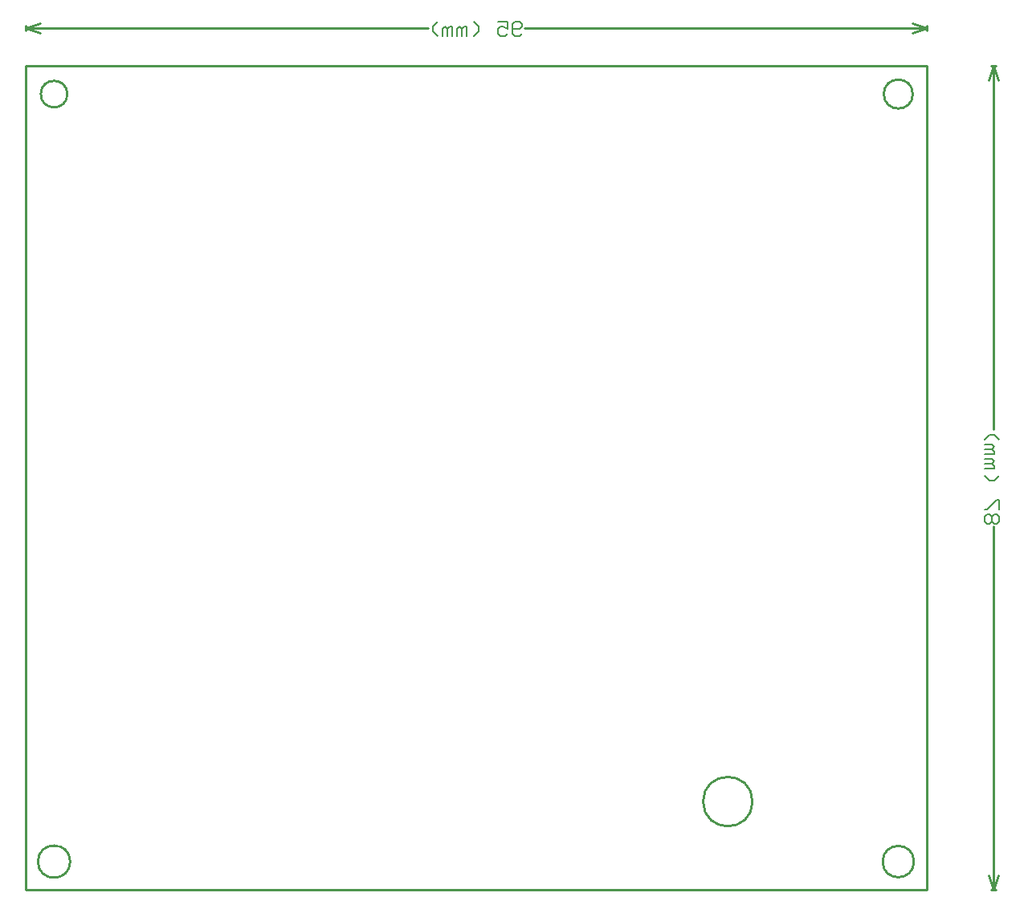
<source format=gko>
%FSLAX25Y25*%
%MOIN*%
G70*
G01*
G75*
G04 Layer_Color=16711935*
%ADD10C,0.03937*%
%ADD11C,0.01969*%
%ADD12C,0.01000*%
%ADD13C,0.00600*%
%ADD14O,0.03150X0.05906*%
%ADD15C,0.15748*%
%ADD16R,0.06299X0.06299*%
%ADD17O,0.06299X0.15748*%
%ADD18C,0.06299*%
%ADD19O,0.07874X0.04724*%
%ADD20O,0.09843X0.03937*%
%ADD21C,0.07874*%
%ADD22O,0.11811X0.07087*%
%ADD23R,0.09843X0.07874*%
%ADD24O,0.09843X0.07874*%
%ADD25O,0.09843X0.04724*%
%ADD26R,0.07874X0.09843*%
%ADD27O,0.07874X0.09843*%
%ADD28R,0.07874X0.13780*%
%ADD29O,0.07874X0.13780*%
%ADD30O,0.05906X0.07874*%
%ADD31R,0.07874X0.07874*%
%ADD32C,0.09000*%
%ADD33R,0.09000X0.09000*%
%ADD34C,0.13780*%
%ADD35O,0.11811X0.06299*%
%ADD36O,0.11811X0.05512*%
%ADD37R,0.07874X0.07874*%
%ADD38O,0.08000X0.06000*%
%ADD39C,0.05000*%
%ADD40C,0.07874*%
%ADD41C,0.01181*%
%ADD42R,0.11535X0.39449*%
%ADD43R,0.11024X0.38976*%
%ADD44R,0.11811X0.29606*%
%ADD45R,0.05906X0.04331*%
%ADD46R,0.28740X0.40158*%
%ADD47R,0.18110X0.31890*%
%ADD48C,0.00787*%
%ADD49C,0.04000*%
%ADD50C,0.00591*%
%ADD51C,0.01575*%
%ADD52C,0.00800*%
%ADD53R,0.05906X0.15748*%
%ADD54R,0.09547X0.02756*%
%ADD55R,0.08000X0.08000*%
%ADD56R,0.10630X0.02732*%
%ADD57R,0.11024X0.03150*%
%ADD58R,0.10000X0.01457*%
%ADD59R,0.01535X0.06890*%
%ADD60R,0.01575X0.08740*%
%ADD61R,0.03150X0.11024*%
%ADD62O,0.03950X0.06706*%
%ADD63C,0.16548*%
%ADD64R,0.07099X0.07099*%
%ADD65O,0.07099X0.16548*%
%ADD66C,0.07099*%
%ADD67O,0.08674X0.05524*%
%ADD68O,0.10642X0.04737*%
%ADD69C,0.08674*%
%ADD70O,0.12611X0.07887*%
%ADD71R,0.10642X0.08674*%
%ADD72O,0.10642X0.08674*%
%ADD73O,0.10642X0.05524*%
%ADD74R,0.08674X0.10642*%
%ADD75O,0.08674X0.10642*%
%ADD76R,0.08674X0.14579*%
%ADD77O,0.08674X0.14579*%
%ADD78O,0.06706X0.08674*%
%ADD79R,0.08674X0.08674*%
%ADD80C,0.09800*%
%ADD81R,0.09800X0.09800*%
%ADD82C,0.14579*%
%ADD83O,0.12611X0.07099*%
%ADD84O,0.12611X0.06312*%
%ADD85R,0.08674X0.08674*%
%ADD86O,0.08800X0.06800*%
%ADD87C,0.05800*%
D12*
X471115Y194243D02*
G03*
X471115Y194243I10238J0D01*
G01*
X196214Y488189D02*
G03*
X196214Y488189I5512J0D01*
G01*
X545626Y169291D02*
G03*
X545626Y169291I6493J0D01*
G01*
X195033D02*
G03*
X195033Y169291I6693J0D01*
G01*
X546109Y488189D02*
G03*
X546109Y488189I6010J0D01*
G01*
X592489Y500000D02*
X590489D01*
X592489Y157480D02*
X590489D01*
X591489Y500000D02*
X589489Y494000D01*
X593489D02*
X591489Y500000D01*
Y157480D02*
X589489Y163480D01*
X593489D02*
X591489Y157480D01*
Y348834D02*
Y500000D01*
Y157480D02*
Y308646D01*
X189914Y514748D02*
Y516748D01*
X563930Y514748D02*
Y516748D01*
X195914Y513748D02*
X189914Y515748D01*
X195914Y517748D02*
X189914Y515748D01*
X563930D02*
X557930Y513748D01*
X563930Y515748D02*
X557930Y517748D01*
X356828Y515748D02*
X189914D01*
X563930D02*
X397016D01*
X189914Y263779D02*
Y279528D01*
Y157480D02*
Y263779D01*
X563930Y157480D02*
X189914D01*
X563930Y157480D02*
X563930Y157480D01*
X563930Y157480D02*
Y279528D01*
Y500000D01*
X189914Y279527D02*
Y500000D01*
X563930Y500000D02*
X189914Y500000D01*
D13*
X592888Y309646D02*
X593888Y310646D01*
Y312645D01*
X592888Y313645D01*
X591889D01*
X590889Y312645D01*
X589889Y313645D01*
X588890D01*
X587890Y312645D01*
Y310646D01*
X588890Y309646D01*
X589889D01*
X590889Y310646D01*
X591889Y309646D01*
X592888D01*
X590889Y310646D02*
Y312645D01*
X593888Y315644D02*
Y319643D01*
X592888D01*
X588890Y315644D01*
X587890D01*
Y329640D02*
X589889Y327640D01*
X591889D01*
X593888Y329640D01*
X587890Y332639D02*
X591889D01*
Y333638D01*
X590889Y334638D01*
X587890D01*
X590889D01*
X591889Y335638D01*
X590889Y336637D01*
X587890D01*
Y338637D02*
X591889D01*
Y339636D01*
X590889Y340636D01*
X587890D01*
X590889D01*
X591889Y341636D01*
X590889Y342635D01*
X587890D01*
Y344635D02*
X589889Y346634D01*
X591889D01*
X593888Y344635D01*
X396016Y513149D02*
X395017Y512149D01*
X393017D01*
X392018Y513149D01*
Y517147D01*
X393017Y518147D01*
X395017D01*
X396016Y517147D01*
Y516148D01*
X395017Y515148D01*
X392018D01*
X386019Y518147D02*
X390018D01*
Y515148D01*
X388019Y516148D01*
X387019D01*
X386019Y515148D01*
Y513149D01*
X387019Y512149D01*
X389019D01*
X390018Y513149D01*
X376023Y512149D02*
X378022Y514148D01*
Y516148D01*
X376023Y518147D01*
X373024Y512149D02*
Y516148D01*
X372024D01*
X371024Y515148D01*
Y512149D01*
Y515148D01*
X370025Y516148D01*
X369025Y515148D01*
Y512149D01*
X367026D02*
Y516148D01*
X366026D01*
X365026Y515148D01*
Y512149D01*
Y515148D01*
X364027Y516148D01*
X363027Y515148D01*
Y512149D01*
X361028D02*
X359028Y514148D01*
Y516148D01*
X361028Y518147D01*
M02*

</source>
